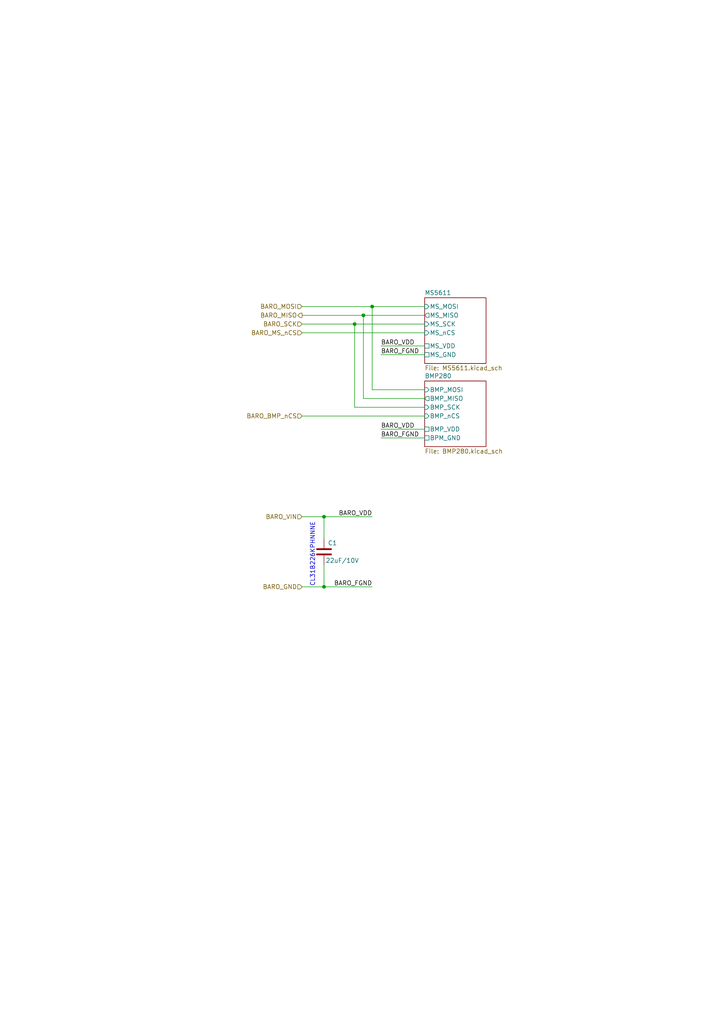
<source format=kicad_sch>
(kicad_sch (version 20230121) (generator eeschema)
  (paper "A4" portrait)
  (title_block (title "RasPi Zero NAV Hat") (date "2022-10-12") (rev "0.1") (company "chipiki.ru") (comment 1 "RasPi Zero NAV Hat") (comment 2 "Denis Tsekh"))
  (lib_symbols
    (symbol "Device:C" (pin_numbers hide) (pin_names (offset 0.254))
      (property "Reference" "C" (at 0.635 2.54 0))
      (property "Value" "C" (at 0.635 -2.54 0))
      (symbol "C_0_1"
        (polyline (pts (xy -2.032 -0.762) (xy 2.032 -0.762)) (stroke (width 0.508)))
        (polyline (pts (xy -2.032 0.762) (xy 2.032 0.762)) (stroke (width 0.508)))
      )
      (symbol "C_1_1"
        (pin passive line (at 0 3.81 270) (length 2.794) (name "~") (number "1"))
        (pin passive line (at 0 -3.81 90) (length 2.794) (name "~") (number "2"))
      )
    )
  )
  (junction (at 93.98 149.86))
  (junction (at 93.98 170.18))
  (junction (at 105.41 91.44))
  (junction (at 102.87 93.98))
  (junction (at 107.95 88.9))
  (wire (pts (xy 107.95 170.18) (xy 93.98 170.18)))
  (wire (pts (xy 93.98 149.86) (xy 93.98 156.21)))
  (wire (pts (xy 110.49 102.87) (xy 123.19 102.87)))
  (wire (pts (xy 102.87 118.11) (xy 123.19 118.11)))
  (wire (pts (xy 102.87 93.98) (xy 123.19 93.98)))
  (wire (pts (xy 87.63 96.52) (xy 123.19 96.52)))
  (wire (pts (xy 87.63 93.98) (xy 102.87 93.98)))
  (wire (pts (xy 105.41 115.57) (xy 105.41 91.44)))
  (wire (pts (xy 110.49 124.46) (xy 123.19 124.46)))
  (wire (pts (xy 87.63 91.44) (xy 105.41 91.44)))
  (wire (pts (xy 102.87 118.11) (xy 102.87 93.98)))
  (wire (pts (xy 107.95 149.86) (xy 93.98 149.86)))
  (wire (pts (xy 105.41 91.44) (xy 123.19 91.44)))
  (wire (pts (xy 87.63 120.65) (xy 123.19 120.65)))
  (wire (pts (xy 110.49 100.33) (xy 123.19 100.33)))
  (wire (pts (xy 87.63 88.9) (xy 107.95 88.9)))
  (wire (pts (xy 105.41 115.57) (xy 123.19 115.57)))
  (wire (pts (xy 110.49 127) (xy 123.19 127)))
  (wire (pts (xy 87.63 149.86) (xy 93.98 149.86)))
  (wire (pts (xy 87.63 170.18) (xy 93.98 170.18)))
  (wire (pts (xy 107.95 88.9) (xy 123.19 88.9)))
  (wire (pts (xy 107.95 113.03) (xy 107.95 88.9)))
  (wire (pts (xy 93.98 170.18) (xy 93.98 163.83)))
  (wire (pts (xy 107.95 113.03) (xy 123.19 113.03)))
  (text "CL31B226KPHNNNE" (at 91.44 170.18 90) (effects (font (size 1.27 1.27)) (justify left bottom)))
  (label "BARO_FGND" (at 110.49 127 0))
  (label "BARO_VDD" (at 107.95 149.86 180))
  (label "BARO_VDD" (at 110.49 100.33 0))
  (label "BARO_FGND" (at 107.95 170.18 180))
  (label "BARO_VDD" (at 110.49 124.46 0))
  (label "BARO_FGND" (at 110.49 102.87 0))
  (hierarchical_label "BARO_MS_nCS" (shape input) (at 87.63 96.52 180))
  (hierarchical_label "BARO_SCK" (shape input) (at 87.63 93.98 180))
  (hierarchical_label "BARO_MOSI" (shape input) (at 87.63 88.9 180))
  (hierarchical_label "BARO_GND" (shape input) (at 87.63 170.18 180))
  (hierarchical_label "BARO_BMP_nCS" (shape input) (at 87.63 120.65 180))
  (hierarchical_label "BARO_VIN" (shape input) (at 87.63 149.86 180))
  (hierarchical_label "BARO_MISO" (shape output) (at 87.63 91.44 180))
  (symbol (lib_id "Device:C") (at 93.98 160.02 0) (mirror y) (unit 1)
    (property "Reference" "C1" (at 97.79 157.48 0) (effects (justify left)))
    (property "Value" "22uF/10V" (at 104.14 162.56 0) (effects (justify left)))
    (property "Footprint" "Capacitor_SMD:C_1206_3216Metric" (effects hide))
    (property "URL" "https://www.terraelectronica.ru/product/1641498" (effects hide))
  )
  (sheet (at 123.19 86.36) (size 17.78 19.05)
    (property "Sheetname" "MS5611" (at 123.19 85.6484 0) (effects (justify left bottom)))
    (property "Sheetfile" "MS5611.kicad_sch" (at 123.19 105.9946 0) (effects (justify left top)))
    (pin "MS_nCS" input (at 123.19 96.52 180))
    (pin "MS_MOSI" input (at 123.19 88.9 180))
    (pin "MS_SCK" input (at 123.19 93.98 180))
    (pin "MS_MISO" output (at 123.19 91.44 180))
    (pin "MS_VDD" passive (at 123.19 100.33 180))
    (pin "MS_GND" passive (at 123.19 102.87 180))
  )
  (sheet (at 123.19 110.49) (size 17.78 19.05)
    (property "Sheetname" "BMP280" (at 123.19 109.7784 0) (effects (justify left bottom)))
    (property "Sheetfile" "BMP280.kicad_sch" (at 123.19 130.1246 0) (effects (justify left top)))
    (pin "BMP_SCK" input (at 123.19 118.11 180))
    (pin "BMP_MOSI" input (at 123.19 113.03 180))
    (pin "BMP_MISO" output (at 123.19 115.57 180))
    (pin "BMP_nCS" input (at 123.19 120.65 180))
    (pin "BMP_VDD" passive (at 123.19 124.46 180))
    (pin "BPM_GND" passive (at 123.19 127 180))
  )
)
</source>
